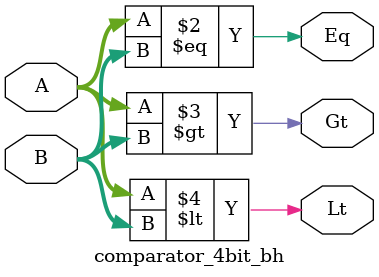
<source format=v>
module comparator_4bit_bh(Eq,Gt,Lt,A,B);

input [3:0]A,B;
output reg Eq,Gt,Lt;//Equal to, Greater than, Less than

always@(*) begin

        Eq = (A == B);
        Gt = (A > B);
        Lt = (A < B);

end

endmodule
</source>
